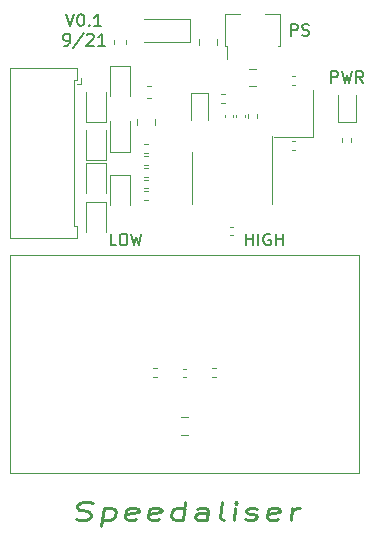
<source format=gbr>
%TF.GenerationSoftware,KiCad,Pcbnew,(5.1.7)-1*%
%TF.CreationDate,2021-09-13T22:56:48+02:00*%
%TF.ProjectId,Airspeed_SensorBoard,41697273-7065-4656-945f-53656e736f72,rev?*%
%TF.SameCoordinates,Original*%
%TF.FileFunction,Legend,Top*%
%TF.FilePolarity,Positive*%
%FSLAX46Y46*%
G04 Gerber Fmt 4.6, Leading zero omitted, Abs format (unit mm)*
G04 Created by KiCad (PCBNEW (5.1.7)-1) date 2021-09-13 22:56:48*
%MOMM*%
%LPD*%
G01*
G04 APERTURE LIST*
%ADD10C,0.150000*%
%ADD11C,0.250000*%
%ADD12C,0.120000*%
G04 APERTURE END LIST*
D10*
X66714285Y-39952380D02*
X66238095Y-39952380D01*
X66238095Y-38952380D01*
X67238095Y-38952380D02*
X67428571Y-38952380D01*
X67523809Y-39000000D01*
X67619047Y-39095238D01*
X67666666Y-39285714D01*
X67666666Y-39619047D01*
X67619047Y-39809523D01*
X67523809Y-39904761D01*
X67428571Y-39952380D01*
X67238095Y-39952380D01*
X67142857Y-39904761D01*
X67047619Y-39809523D01*
X67000000Y-39619047D01*
X67000000Y-39285714D01*
X67047619Y-39095238D01*
X67142857Y-39000000D01*
X67238095Y-38952380D01*
X68000000Y-38952380D02*
X68238095Y-39952380D01*
X68428571Y-39238095D01*
X68619047Y-39952380D01*
X68857142Y-38952380D01*
X77702380Y-39952380D02*
X77702380Y-38952380D01*
X77702380Y-39428571D02*
X78273809Y-39428571D01*
X78273809Y-39952380D02*
X78273809Y-38952380D01*
X78750000Y-39952380D02*
X78750000Y-38952380D01*
X79750000Y-39000000D02*
X79654761Y-38952380D01*
X79511904Y-38952380D01*
X79369047Y-39000000D01*
X79273809Y-39095238D01*
X79226190Y-39190476D01*
X79178571Y-39380952D01*
X79178571Y-39523809D01*
X79226190Y-39714285D01*
X79273809Y-39809523D01*
X79369047Y-39904761D01*
X79511904Y-39952380D01*
X79607142Y-39952380D01*
X79750000Y-39904761D01*
X79797619Y-39857142D01*
X79797619Y-39523809D01*
X79607142Y-39523809D01*
X80226190Y-39952380D02*
X80226190Y-38952380D01*
X80226190Y-39428571D02*
X80797619Y-39428571D01*
X80797619Y-39952380D02*
X80797619Y-38952380D01*
X84916666Y-26202380D02*
X84916666Y-25202380D01*
X85297619Y-25202380D01*
X85392857Y-25250000D01*
X85440476Y-25297619D01*
X85488095Y-25392857D01*
X85488095Y-25535714D01*
X85440476Y-25630952D01*
X85392857Y-25678571D01*
X85297619Y-25726190D01*
X84916666Y-25726190D01*
X85821428Y-25202380D02*
X86059523Y-26202380D01*
X86250000Y-25488095D01*
X86440476Y-26202380D01*
X86678571Y-25202380D01*
X87630952Y-26202380D02*
X87297619Y-25726190D01*
X87059523Y-26202380D02*
X87059523Y-25202380D01*
X87440476Y-25202380D01*
X87535714Y-25250000D01*
X87583333Y-25297619D01*
X87630952Y-25392857D01*
X87630952Y-25535714D01*
X87583333Y-25630952D01*
X87535714Y-25678571D01*
X87440476Y-25726190D01*
X87059523Y-25726190D01*
X81511904Y-22202380D02*
X81511904Y-21202380D01*
X81892857Y-21202380D01*
X81988095Y-21250000D01*
X82035714Y-21297619D01*
X82083333Y-21392857D01*
X82083333Y-21535714D01*
X82035714Y-21630952D01*
X81988095Y-21678571D01*
X81892857Y-21726190D01*
X81511904Y-21726190D01*
X82464285Y-22154761D02*
X82607142Y-22202380D01*
X82845238Y-22202380D01*
X82940476Y-22154761D01*
X82988095Y-22107142D01*
X83035714Y-22011904D01*
X83035714Y-21916666D01*
X82988095Y-21821428D01*
X82940476Y-21773809D01*
X82845238Y-21726190D01*
X82654761Y-21678571D01*
X82559523Y-21630952D01*
X82511904Y-21583333D01*
X82464285Y-21488095D01*
X82464285Y-21392857D01*
X82511904Y-21297619D01*
X82559523Y-21250000D01*
X82654761Y-21202380D01*
X82892857Y-21202380D01*
X83035714Y-21250000D01*
X62476190Y-20377380D02*
X62809523Y-21377380D01*
X63142857Y-20377380D01*
X63666666Y-20377380D02*
X63761904Y-20377380D01*
X63857142Y-20425000D01*
X63904761Y-20472619D01*
X63952380Y-20567857D01*
X64000000Y-20758333D01*
X64000000Y-20996428D01*
X63952380Y-21186904D01*
X63904761Y-21282142D01*
X63857142Y-21329761D01*
X63761904Y-21377380D01*
X63666666Y-21377380D01*
X63571428Y-21329761D01*
X63523809Y-21282142D01*
X63476190Y-21186904D01*
X63428571Y-20996428D01*
X63428571Y-20758333D01*
X63476190Y-20567857D01*
X63523809Y-20472619D01*
X63571428Y-20425000D01*
X63666666Y-20377380D01*
X64428571Y-21282142D02*
X64476190Y-21329761D01*
X64428571Y-21377380D01*
X64380952Y-21329761D01*
X64428571Y-21282142D01*
X64428571Y-21377380D01*
X65428571Y-21377380D02*
X64857142Y-21377380D01*
X65142857Y-21377380D02*
X65142857Y-20377380D01*
X65047619Y-20520238D01*
X64952380Y-20615476D01*
X64857142Y-20663095D01*
X62333333Y-23027380D02*
X62523809Y-23027380D01*
X62619047Y-22979761D01*
X62666666Y-22932142D01*
X62761904Y-22789285D01*
X62809523Y-22598809D01*
X62809523Y-22217857D01*
X62761904Y-22122619D01*
X62714285Y-22075000D01*
X62619047Y-22027380D01*
X62428571Y-22027380D01*
X62333333Y-22075000D01*
X62285714Y-22122619D01*
X62238095Y-22217857D01*
X62238095Y-22455952D01*
X62285714Y-22551190D01*
X62333333Y-22598809D01*
X62428571Y-22646428D01*
X62619047Y-22646428D01*
X62714285Y-22598809D01*
X62761904Y-22551190D01*
X62809523Y-22455952D01*
X63952380Y-21979761D02*
X63095238Y-23265476D01*
X64238095Y-22122619D02*
X64285714Y-22075000D01*
X64380952Y-22027380D01*
X64619047Y-22027380D01*
X64714285Y-22075000D01*
X64761904Y-22122619D01*
X64809523Y-22217857D01*
X64809523Y-22313095D01*
X64761904Y-22455952D01*
X64190476Y-23027380D01*
X64809523Y-23027380D01*
X65761904Y-23027380D02*
X65190476Y-23027380D01*
X65476190Y-23027380D02*
X65476190Y-22027380D01*
X65380952Y-22170238D01*
X65285714Y-22265476D01*
X65190476Y-22313095D01*
D11*
X63285491Y-63107142D02*
X63597991Y-63178571D01*
X64133705Y-63178571D01*
X64356919Y-63107142D01*
X64472991Y-63035714D01*
X64597991Y-62892857D01*
X64615848Y-62750000D01*
X64526562Y-62607142D01*
X64428348Y-62535714D01*
X64222991Y-62464285D01*
X63803348Y-62392857D01*
X63597991Y-62321428D01*
X63499776Y-62250000D01*
X63410491Y-62107142D01*
X63428348Y-61964285D01*
X63553348Y-61821428D01*
X63669419Y-61750000D01*
X63892633Y-61678571D01*
X64428348Y-61678571D01*
X64740848Y-61750000D01*
X65651562Y-62178571D02*
X65464062Y-63678571D01*
X65642633Y-62250000D02*
X65865848Y-62178571D01*
X66294419Y-62178571D01*
X66499776Y-62250000D01*
X66597991Y-62321428D01*
X66687276Y-62464285D01*
X66633705Y-62892857D01*
X66508705Y-63035714D01*
X66392633Y-63107142D01*
X66169419Y-63178571D01*
X65740848Y-63178571D01*
X65535491Y-63107142D01*
X68428348Y-63107142D02*
X68205133Y-63178571D01*
X67776562Y-63178571D01*
X67571205Y-63107142D01*
X67481919Y-62964285D01*
X67553348Y-62392857D01*
X67678348Y-62250000D01*
X67901562Y-62178571D01*
X68330133Y-62178571D01*
X68535491Y-62250000D01*
X68624776Y-62392857D01*
X68606919Y-62535714D01*
X67517633Y-62678571D01*
X70356919Y-63107142D02*
X70133705Y-63178571D01*
X69705133Y-63178571D01*
X69499776Y-63107142D01*
X69410491Y-62964285D01*
X69481919Y-62392857D01*
X69606919Y-62250000D01*
X69830133Y-62178571D01*
X70258705Y-62178571D01*
X70464062Y-62250000D01*
X70553348Y-62392857D01*
X70535491Y-62535714D01*
X69446205Y-62678571D01*
X72383705Y-63178571D02*
X72571205Y-61678571D01*
X72392633Y-63107142D02*
X72169419Y-63178571D01*
X71740848Y-63178571D01*
X71535491Y-63107142D01*
X71437276Y-63035714D01*
X71347991Y-62892857D01*
X71401562Y-62464285D01*
X71526562Y-62321428D01*
X71642633Y-62250000D01*
X71865848Y-62178571D01*
X72294419Y-62178571D01*
X72499776Y-62250000D01*
X74419419Y-63178571D02*
X74517633Y-62392857D01*
X74428348Y-62250000D01*
X74222991Y-62178571D01*
X73794419Y-62178571D01*
X73571205Y-62250000D01*
X74428348Y-63107142D02*
X74205133Y-63178571D01*
X73669419Y-63178571D01*
X73464062Y-63107142D01*
X73374776Y-62964285D01*
X73392633Y-62821428D01*
X73517633Y-62678571D01*
X73740848Y-62607142D01*
X74276562Y-62607142D01*
X74499776Y-62535714D01*
X75812276Y-63178571D02*
X75606919Y-63107142D01*
X75517633Y-62964285D01*
X75678348Y-61678571D01*
X76669419Y-63178571D02*
X76794419Y-62178571D01*
X76856919Y-61678571D02*
X76740848Y-61750000D01*
X76839062Y-61821428D01*
X76955133Y-61750000D01*
X76856919Y-61678571D01*
X76839062Y-61821428D01*
X77642633Y-63107142D02*
X77847991Y-63178571D01*
X78276562Y-63178571D01*
X78499776Y-63107142D01*
X78624776Y-62964285D01*
X78633705Y-62892857D01*
X78544419Y-62750000D01*
X78339062Y-62678571D01*
X78017633Y-62678571D01*
X77812276Y-62607142D01*
X77722991Y-62464285D01*
X77731919Y-62392857D01*
X77856919Y-62250000D01*
X78080133Y-62178571D01*
X78401562Y-62178571D01*
X78606919Y-62250000D01*
X80428348Y-63107142D02*
X80205133Y-63178571D01*
X79776562Y-63178571D01*
X79571205Y-63107142D01*
X79481919Y-62964285D01*
X79553348Y-62392857D01*
X79678348Y-62250000D01*
X79901562Y-62178571D01*
X80330133Y-62178571D01*
X80535491Y-62250000D01*
X80624776Y-62392857D01*
X80606919Y-62535714D01*
X79517633Y-62678571D01*
X81490848Y-63178571D02*
X81615848Y-62178571D01*
X81580133Y-62464285D02*
X81705133Y-62321428D01*
X81821205Y-62250000D01*
X82044419Y-62178571D01*
X82258705Y-62178571D01*
D12*
%TO.C,Y1*%
X80100000Y-30750000D02*
X83400000Y-30750000D01*
X83400000Y-30750000D02*
X83400000Y-26750000D01*
%TO.C,U3*%
X57750000Y-50000000D02*
X57750000Y-40750000D01*
X57750000Y-40750000D02*
X87250000Y-40750000D01*
X87250000Y-40750000D02*
X87250000Y-59250000D01*
X87250000Y-59250000D02*
X57750000Y-59250000D01*
X57750000Y-59250000D02*
X57750000Y-50000000D01*
%TO.C,U2*%
X73115000Y-34250000D02*
X73115000Y-36450000D01*
X73115000Y-34250000D02*
X73115000Y-32050000D01*
X79885000Y-34250000D02*
X79885000Y-36450000D01*
X79885000Y-34250000D02*
X79885000Y-30650000D01*
%TO.C,U1*%
X79300000Y-20340000D02*
X80610000Y-20340000D01*
X80610000Y-20340000D02*
X80610000Y-23060000D01*
X76120000Y-24200000D02*
X76120000Y-23060000D01*
X75890000Y-20340000D02*
X77200000Y-20340000D01*
X75890000Y-23060000D02*
X75890000Y-20340000D01*
X75890000Y-23060000D02*
X76120000Y-23060000D01*
X80610000Y-23060000D02*
X80380000Y-23060000D01*
%TO.C,R10*%
X69403641Y-36130000D02*
X69096359Y-36130000D01*
X69403641Y-35370000D02*
X69096359Y-35370000D01*
%TO.C,R9*%
X69403641Y-35130000D02*
X69096359Y-35130000D01*
X69403641Y-34370000D02*
X69096359Y-34370000D01*
%TO.C,R8*%
X69403641Y-34130000D02*
X69096359Y-34130000D01*
X69403641Y-33370000D02*
X69096359Y-33370000D01*
%TO.C,R7*%
X69403641Y-33130000D02*
X69096359Y-33130000D01*
X69403641Y-32370000D02*
X69096359Y-32370000D01*
%TO.C,R6*%
X69403641Y-32130000D02*
X69096359Y-32130000D01*
X69403641Y-31370000D02*
X69096359Y-31370000D01*
%TO.C,R5*%
X74846359Y-50370000D02*
X75153641Y-50370000D01*
X74846359Y-51130000D02*
X75153641Y-51130000D01*
%TO.C,R4*%
X70153641Y-51130000D02*
X69846359Y-51130000D01*
X70153641Y-50370000D02*
X69846359Y-50370000D01*
%TO.C,R3*%
X77870000Y-29153641D02*
X77870000Y-28846359D01*
X78630000Y-29153641D02*
X78630000Y-28846359D01*
%TO.C,R2*%
X75903641Y-27880000D02*
X75596359Y-27880000D01*
X75903641Y-27120000D02*
X75596359Y-27120000D01*
%TO.C,R1*%
X86630000Y-30846359D02*
X86630000Y-31153641D01*
X85870000Y-30846359D02*
X85870000Y-31153641D01*
%TO.C,J1*%
X63400000Y-26250000D02*
X63700000Y-26250000D01*
X63700000Y-26250000D02*
X63700000Y-25750000D01*
X63110000Y-32125000D02*
X63110000Y-25960000D01*
X63110000Y-25960000D02*
X63410000Y-25960000D01*
X63410000Y-25960000D02*
X63410000Y-24890000D01*
X63410000Y-24890000D02*
X57690000Y-24890000D01*
X57690000Y-24890000D02*
X57690000Y-32125000D01*
X63110000Y-32125000D02*
X63110000Y-38290000D01*
X63110000Y-38290000D02*
X63410000Y-38290000D01*
X63410000Y-38290000D02*
X63410000Y-39360000D01*
X63410000Y-39360000D02*
X57690000Y-39360000D01*
X57690000Y-39360000D02*
X57690000Y-32125000D01*
%TO.C,FB2*%
X69625279Y-27510000D02*
X69299721Y-27510000D01*
X69625279Y-26490000D02*
X69299721Y-26490000D01*
%TO.C,FB1*%
X67510000Y-22587221D02*
X67510000Y-22912779D01*
X66490000Y-22587221D02*
X66490000Y-22912779D01*
%TO.C,D10*%
X65850000Y-36250000D02*
X64150000Y-36250000D01*
X64150000Y-36250000D02*
X64150000Y-38800000D01*
X65850000Y-36250000D02*
X65850000Y-38800000D01*
%TO.C,D9*%
X67850000Y-34000000D02*
X66150000Y-34000000D01*
X66150000Y-34000000D02*
X66150000Y-36550000D01*
X67850000Y-34000000D02*
X67850000Y-36550000D01*
%TO.C,D8*%
X65850000Y-33000000D02*
X64150000Y-33000000D01*
X64150000Y-33000000D02*
X64150000Y-35550000D01*
X65850000Y-33000000D02*
X65850000Y-35550000D01*
%TO.C,D7*%
X64150000Y-32750000D02*
X65850000Y-32750000D01*
X65850000Y-32750000D02*
X65850000Y-30200000D01*
X64150000Y-32750000D02*
X64150000Y-30200000D01*
%TO.C,D6*%
X66150000Y-32000000D02*
X67850000Y-32000000D01*
X67850000Y-32000000D02*
X67850000Y-29450000D01*
X66150000Y-32000000D02*
X66150000Y-29450000D01*
%TO.C,D5*%
X64150000Y-29500000D02*
X65850000Y-29500000D01*
X65850000Y-29500000D02*
X65850000Y-26950000D01*
X64150000Y-29500000D02*
X64150000Y-26950000D01*
%TO.C,D4*%
X67850000Y-24750000D02*
X66150000Y-24750000D01*
X66150000Y-24750000D02*
X66150000Y-27300000D01*
X67850000Y-24750000D02*
X67850000Y-27300000D01*
%TO.C,D3*%
X74485000Y-29300000D02*
X74485000Y-27015000D01*
X74485000Y-27015000D02*
X73015000Y-27015000D01*
X73015000Y-27015000D02*
X73015000Y-29300000D01*
%TO.C,D2*%
X85515000Y-27200000D02*
X85515000Y-29485000D01*
X85515000Y-29485000D02*
X86985000Y-29485000D01*
X86985000Y-29485000D02*
X86985000Y-27200000D01*
%TO.C,D1*%
X73000000Y-22750000D02*
X73000000Y-20750000D01*
X73000000Y-20750000D02*
X69100000Y-20750000D01*
X73000000Y-22750000D02*
X69100000Y-22750000D01*
%TO.C,C10*%
X69985000Y-29238748D02*
X69985000Y-29761252D01*
X68515000Y-29238748D02*
X68515000Y-29761252D01*
%TO.C,C9*%
X72238748Y-54515000D02*
X72761252Y-54515000D01*
X72238748Y-55985000D02*
X72761252Y-55985000D01*
%TO.C,C8*%
X72392164Y-50390000D02*
X72607836Y-50390000D01*
X72392164Y-51110000D02*
X72607836Y-51110000D01*
%TO.C,C7*%
X81622164Y-25640000D02*
X81837836Y-25640000D01*
X81622164Y-26360000D02*
X81837836Y-26360000D01*
%TO.C,C6*%
X81857836Y-31860000D02*
X81642164Y-31860000D01*
X81857836Y-31140000D02*
X81642164Y-31140000D01*
%TO.C,C5*%
X76890000Y-29107836D02*
X76890000Y-28892164D01*
X77610000Y-29107836D02*
X77610000Y-28892164D01*
%TO.C,C4*%
X75890000Y-29107836D02*
X75890000Y-28892164D01*
X76610000Y-29107836D02*
X76610000Y-28892164D01*
%TO.C,C3*%
X76607836Y-39110000D02*
X76392164Y-39110000D01*
X76607836Y-38390000D02*
X76392164Y-38390000D01*
%TO.C,C2*%
X78511252Y-26485000D02*
X77988748Y-26485000D01*
X78511252Y-25015000D02*
X77988748Y-25015000D01*
%TO.C,C1*%
X75235000Y-22488748D02*
X75235000Y-23011252D01*
X73765000Y-22488748D02*
X73765000Y-23011252D01*
%TD*%
M02*

</source>
